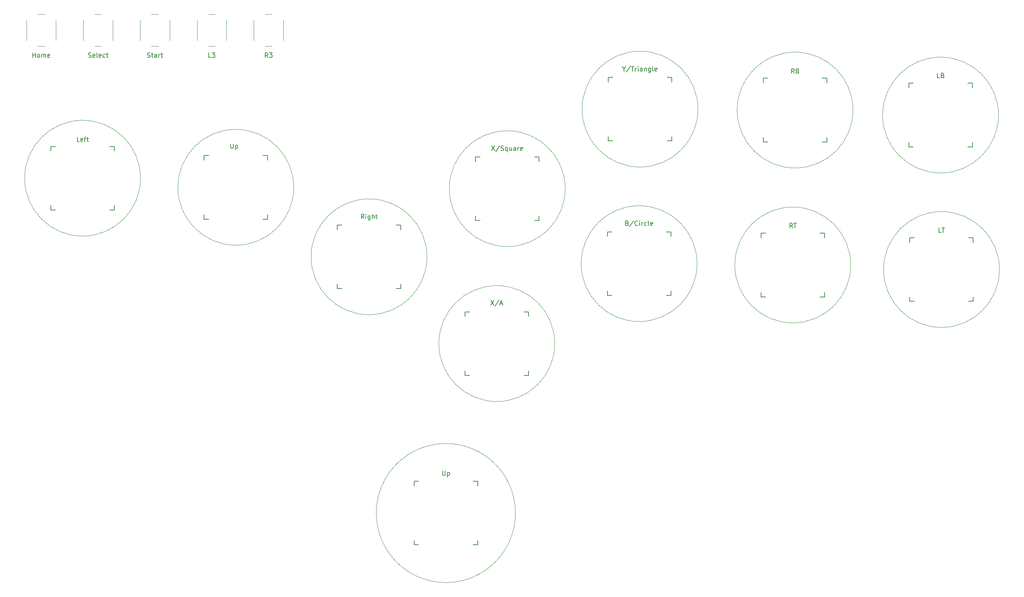
<source format=gbr>
%TF.GenerationSoftware,KiCad,Pcbnew,8.0.1*%
%TF.CreationDate,2024-03-26T13:51:38-04:00*%
%TF.ProjectId,hitbox,68697462-6f78-42e6-9b69-6361645f7063,rev?*%
%TF.SameCoordinates,Original*%
%TF.FileFunction,Legend,Top*%
%TF.FilePolarity,Positive*%
%FSLAX46Y46*%
G04 Gerber Fmt 4.6, Leading zero omitted, Abs format (unit mm)*
G04 Created by KiCad (PCBNEW 8.0.1) date 2024-03-26 13:51:38*
%MOMM*%
%LPD*%
G01*
G04 APERTURE LIST*
%ADD10C,0.100000*%
%ADD11C,0.150000*%
%ADD12C,0.120000*%
G04 APERTURE END LIST*
D10*
X245250000Y-99850000D02*
G75*
G02*
X219750000Y-99850000I-12750000J0D01*
G01*
X219750000Y-99850000D02*
G75*
G02*
X245250000Y-99850000I12750000J0D01*
G01*
X274450000Y-82350000D02*
G75*
G02*
X248950000Y-82350000I-12750000J0D01*
G01*
X248950000Y-82350000D02*
G75*
G02*
X274450000Y-82350000I12750000J0D01*
G01*
X274250000Y-116350000D02*
G75*
G02*
X248750000Y-116350000I-12750000J0D01*
G01*
X248750000Y-116350000D02*
G75*
G02*
X274250000Y-116350000I12750000J0D01*
G01*
X242950000Y-133950000D02*
G75*
G02*
X217450000Y-133950000I-12750000J0D01*
G01*
X217450000Y-133950000D02*
G75*
G02*
X242950000Y-133950000I12750000J0D01*
G01*
X308050000Y-116650000D02*
G75*
G02*
X282550000Y-116650000I-12750000J0D01*
G01*
X282550000Y-116650000D02*
G75*
G02*
X308050000Y-116650000I12750000J0D01*
G01*
X214850000Y-114850000D02*
G75*
G02*
X189350000Y-114850000I-12750000J0D01*
G01*
X189350000Y-114850000D02*
G75*
G02*
X214850000Y-114850000I12750000J0D01*
G01*
X234300000Y-171250000D02*
G75*
G02*
X203700000Y-171250000I-15300000J0D01*
G01*
X203700000Y-171250000D02*
G75*
G02*
X234300000Y-171250000I15300000J0D01*
G01*
X151850000Y-97550000D02*
G75*
G02*
X126350000Y-97550000I-12750000J0D01*
G01*
X126350000Y-97550000D02*
G75*
G02*
X151850000Y-97550000I12750000J0D01*
G01*
X185550000Y-99550000D02*
G75*
G02*
X160050000Y-99550000I-12750000J0D01*
G01*
X160050000Y-99550000D02*
G75*
G02*
X185550000Y-99550000I12750000J0D01*
G01*
X340750000Y-117650000D02*
G75*
G02*
X315250000Y-117650000I-12750000J0D01*
G01*
X315250000Y-117650000D02*
G75*
G02*
X340750000Y-117650000I12750000J0D01*
G01*
X340550000Y-83650000D02*
G75*
G02*
X315050000Y-83650000I-12750000J0D01*
G01*
X315050000Y-83650000D02*
G75*
G02*
X340550000Y-83650000I12750000J0D01*
G01*
X308550000Y-82550000D02*
G75*
G02*
X283050000Y-82550000I-12750000J0D01*
G01*
X283050000Y-82550000D02*
G75*
G02*
X308550000Y-82550000I12750000J0D01*
G01*
D11*
X128166667Y-70954819D02*
X128166667Y-69954819D01*
X128166667Y-70431009D02*
X128738095Y-70431009D01*
X128738095Y-70954819D02*
X128738095Y-69954819D01*
X129357143Y-70954819D02*
X129261905Y-70907200D01*
X129261905Y-70907200D02*
X129214286Y-70859580D01*
X129214286Y-70859580D02*
X129166667Y-70764342D01*
X129166667Y-70764342D02*
X129166667Y-70478628D01*
X129166667Y-70478628D02*
X129214286Y-70383390D01*
X129214286Y-70383390D02*
X129261905Y-70335771D01*
X129261905Y-70335771D02*
X129357143Y-70288152D01*
X129357143Y-70288152D02*
X129500000Y-70288152D01*
X129500000Y-70288152D02*
X129595238Y-70335771D01*
X129595238Y-70335771D02*
X129642857Y-70383390D01*
X129642857Y-70383390D02*
X129690476Y-70478628D01*
X129690476Y-70478628D02*
X129690476Y-70764342D01*
X129690476Y-70764342D02*
X129642857Y-70859580D01*
X129642857Y-70859580D02*
X129595238Y-70907200D01*
X129595238Y-70907200D02*
X129500000Y-70954819D01*
X129500000Y-70954819D02*
X129357143Y-70954819D01*
X130119048Y-70954819D02*
X130119048Y-70288152D01*
X130119048Y-70383390D02*
X130166667Y-70335771D01*
X130166667Y-70335771D02*
X130261905Y-70288152D01*
X130261905Y-70288152D02*
X130404762Y-70288152D01*
X130404762Y-70288152D02*
X130500000Y-70335771D01*
X130500000Y-70335771D02*
X130547619Y-70431009D01*
X130547619Y-70431009D02*
X130547619Y-70954819D01*
X130547619Y-70431009D02*
X130595238Y-70335771D01*
X130595238Y-70335771D02*
X130690476Y-70288152D01*
X130690476Y-70288152D02*
X130833333Y-70288152D01*
X130833333Y-70288152D02*
X130928572Y-70335771D01*
X130928572Y-70335771D02*
X130976191Y-70431009D01*
X130976191Y-70431009D02*
X130976191Y-70954819D01*
X131833333Y-70907200D02*
X131738095Y-70954819D01*
X131738095Y-70954819D02*
X131547619Y-70954819D01*
X131547619Y-70954819D02*
X131452381Y-70907200D01*
X131452381Y-70907200D02*
X131404762Y-70811961D01*
X131404762Y-70811961D02*
X131404762Y-70431009D01*
X131404762Y-70431009D02*
X131452381Y-70335771D01*
X131452381Y-70335771D02*
X131547619Y-70288152D01*
X131547619Y-70288152D02*
X131738095Y-70288152D01*
X131738095Y-70288152D02*
X131833333Y-70335771D01*
X131833333Y-70335771D02*
X131880952Y-70431009D01*
X131880952Y-70431009D02*
X131880952Y-70526247D01*
X131880952Y-70526247D02*
X131404762Y-70621485D01*
X258880952Y-107431009D02*
X259023809Y-107478628D01*
X259023809Y-107478628D02*
X259071428Y-107526247D01*
X259071428Y-107526247D02*
X259119047Y-107621485D01*
X259119047Y-107621485D02*
X259119047Y-107764342D01*
X259119047Y-107764342D02*
X259071428Y-107859580D01*
X259071428Y-107859580D02*
X259023809Y-107907200D01*
X259023809Y-107907200D02*
X258928571Y-107954819D01*
X258928571Y-107954819D02*
X258547619Y-107954819D01*
X258547619Y-107954819D02*
X258547619Y-106954819D01*
X258547619Y-106954819D02*
X258880952Y-106954819D01*
X258880952Y-106954819D02*
X258976190Y-107002438D01*
X258976190Y-107002438D02*
X259023809Y-107050057D01*
X259023809Y-107050057D02*
X259071428Y-107145295D01*
X259071428Y-107145295D02*
X259071428Y-107240533D01*
X259071428Y-107240533D02*
X259023809Y-107335771D01*
X259023809Y-107335771D02*
X258976190Y-107383390D01*
X258976190Y-107383390D02*
X258880952Y-107431009D01*
X258880952Y-107431009D02*
X258547619Y-107431009D01*
X260261904Y-106907200D02*
X259404762Y-108192914D01*
X261166666Y-107859580D02*
X261119047Y-107907200D01*
X261119047Y-107907200D02*
X260976190Y-107954819D01*
X260976190Y-107954819D02*
X260880952Y-107954819D01*
X260880952Y-107954819D02*
X260738095Y-107907200D01*
X260738095Y-107907200D02*
X260642857Y-107811961D01*
X260642857Y-107811961D02*
X260595238Y-107716723D01*
X260595238Y-107716723D02*
X260547619Y-107526247D01*
X260547619Y-107526247D02*
X260547619Y-107383390D01*
X260547619Y-107383390D02*
X260595238Y-107192914D01*
X260595238Y-107192914D02*
X260642857Y-107097676D01*
X260642857Y-107097676D02*
X260738095Y-107002438D01*
X260738095Y-107002438D02*
X260880952Y-106954819D01*
X260880952Y-106954819D02*
X260976190Y-106954819D01*
X260976190Y-106954819D02*
X261119047Y-107002438D01*
X261119047Y-107002438D02*
X261166666Y-107050057D01*
X261595238Y-107954819D02*
X261595238Y-107288152D01*
X261595238Y-106954819D02*
X261547619Y-107002438D01*
X261547619Y-107002438D02*
X261595238Y-107050057D01*
X261595238Y-107050057D02*
X261642857Y-107002438D01*
X261642857Y-107002438D02*
X261595238Y-106954819D01*
X261595238Y-106954819D02*
X261595238Y-107050057D01*
X262071428Y-107954819D02*
X262071428Y-107288152D01*
X262071428Y-107478628D02*
X262119047Y-107383390D01*
X262119047Y-107383390D02*
X262166666Y-107335771D01*
X262166666Y-107335771D02*
X262261904Y-107288152D01*
X262261904Y-107288152D02*
X262357142Y-107288152D01*
X263119047Y-107907200D02*
X263023809Y-107954819D01*
X263023809Y-107954819D02*
X262833333Y-107954819D01*
X262833333Y-107954819D02*
X262738095Y-107907200D01*
X262738095Y-107907200D02*
X262690476Y-107859580D01*
X262690476Y-107859580D02*
X262642857Y-107764342D01*
X262642857Y-107764342D02*
X262642857Y-107478628D01*
X262642857Y-107478628D02*
X262690476Y-107383390D01*
X262690476Y-107383390D02*
X262738095Y-107335771D01*
X262738095Y-107335771D02*
X262833333Y-107288152D01*
X262833333Y-107288152D02*
X263023809Y-107288152D01*
X263023809Y-107288152D02*
X263119047Y-107335771D01*
X263690476Y-107954819D02*
X263595238Y-107907200D01*
X263595238Y-107907200D02*
X263547619Y-107811961D01*
X263547619Y-107811961D02*
X263547619Y-106954819D01*
X264452381Y-107907200D02*
X264357143Y-107954819D01*
X264357143Y-107954819D02*
X264166667Y-107954819D01*
X264166667Y-107954819D02*
X264071429Y-107907200D01*
X264071429Y-107907200D02*
X264023810Y-107811961D01*
X264023810Y-107811961D02*
X264023810Y-107431009D01*
X264023810Y-107431009D02*
X264071429Y-107335771D01*
X264071429Y-107335771D02*
X264166667Y-107288152D01*
X264166667Y-107288152D02*
X264357143Y-107288152D01*
X264357143Y-107288152D02*
X264452381Y-107335771D01*
X264452381Y-107335771D02*
X264500000Y-107431009D01*
X264500000Y-107431009D02*
X264500000Y-107526247D01*
X264500000Y-107526247D02*
X264023810Y-107621485D01*
X171687030Y-89954819D02*
X171687030Y-90764342D01*
X171687030Y-90764342D02*
X171734649Y-90859580D01*
X171734649Y-90859580D02*
X171782268Y-90907200D01*
X171782268Y-90907200D02*
X171877506Y-90954819D01*
X171877506Y-90954819D02*
X172067982Y-90954819D01*
X172067982Y-90954819D02*
X172163220Y-90907200D01*
X172163220Y-90907200D02*
X172210839Y-90859580D01*
X172210839Y-90859580D02*
X172258458Y-90764342D01*
X172258458Y-90764342D02*
X172258458Y-89954819D01*
X172734649Y-90288152D02*
X172734649Y-91288152D01*
X172734649Y-90335771D02*
X172829887Y-90288152D01*
X172829887Y-90288152D02*
X173020363Y-90288152D01*
X173020363Y-90288152D02*
X173115601Y-90335771D01*
X173115601Y-90335771D02*
X173163220Y-90383390D01*
X173163220Y-90383390D02*
X173210839Y-90478628D01*
X173210839Y-90478628D02*
X173210839Y-90764342D01*
X173210839Y-90764342D02*
X173163220Y-90859580D01*
X173163220Y-90859580D02*
X173115601Y-90907200D01*
X173115601Y-90907200D02*
X173020363Y-90954819D01*
X173020363Y-90954819D02*
X172829887Y-90954819D01*
X172829887Y-90954819D02*
X172734649Y-90907200D01*
X138409523Y-89454819D02*
X137933333Y-89454819D01*
X137933333Y-89454819D02*
X137933333Y-88454819D01*
X139123809Y-89407200D02*
X139028571Y-89454819D01*
X139028571Y-89454819D02*
X138838095Y-89454819D01*
X138838095Y-89454819D02*
X138742857Y-89407200D01*
X138742857Y-89407200D02*
X138695238Y-89311961D01*
X138695238Y-89311961D02*
X138695238Y-88931009D01*
X138695238Y-88931009D02*
X138742857Y-88835771D01*
X138742857Y-88835771D02*
X138838095Y-88788152D01*
X138838095Y-88788152D02*
X139028571Y-88788152D01*
X139028571Y-88788152D02*
X139123809Y-88835771D01*
X139123809Y-88835771D02*
X139171428Y-88931009D01*
X139171428Y-88931009D02*
X139171428Y-89026247D01*
X139171428Y-89026247D02*
X138695238Y-89121485D01*
X139457143Y-88788152D02*
X139838095Y-88788152D01*
X139600000Y-89454819D02*
X139600000Y-88597676D01*
X139600000Y-88597676D02*
X139647619Y-88502438D01*
X139647619Y-88502438D02*
X139742857Y-88454819D01*
X139742857Y-88454819D02*
X139838095Y-88454819D01*
X140028572Y-88788152D02*
X140409524Y-88788152D01*
X140171429Y-88454819D02*
X140171429Y-89311961D01*
X140171429Y-89311961D02*
X140219048Y-89407200D01*
X140219048Y-89407200D02*
X140314286Y-89454819D01*
X140314286Y-89454819D02*
X140409524Y-89454819D01*
X327928571Y-109454819D02*
X327452381Y-109454819D01*
X327452381Y-109454819D02*
X327452381Y-108454819D01*
X328119048Y-108454819D02*
X328690476Y-108454819D01*
X328404762Y-109454819D02*
X328404762Y-108454819D01*
X218261905Y-161954819D02*
X218261905Y-162764342D01*
X218261905Y-162764342D02*
X218309524Y-162859580D01*
X218309524Y-162859580D02*
X218357143Y-162907200D01*
X218357143Y-162907200D02*
X218452381Y-162954819D01*
X218452381Y-162954819D02*
X218642857Y-162954819D01*
X218642857Y-162954819D02*
X218738095Y-162907200D01*
X218738095Y-162907200D02*
X218785714Y-162859580D01*
X218785714Y-162859580D02*
X218833333Y-162764342D01*
X218833333Y-162764342D02*
X218833333Y-161954819D01*
X219309524Y-162288152D02*
X219309524Y-163288152D01*
X219309524Y-162335771D02*
X219404762Y-162288152D01*
X219404762Y-162288152D02*
X219595238Y-162288152D01*
X219595238Y-162288152D02*
X219690476Y-162335771D01*
X219690476Y-162335771D02*
X219738095Y-162383390D01*
X219738095Y-162383390D02*
X219785714Y-162478628D01*
X219785714Y-162478628D02*
X219785714Y-162764342D01*
X219785714Y-162764342D02*
X219738095Y-162859580D01*
X219738095Y-162859580D02*
X219690476Y-162907200D01*
X219690476Y-162907200D02*
X219595238Y-162954819D01*
X219595238Y-162954819D02*
X219404762Y-162954819D01*
X219404762Y-162954819D02*
X219309524Y-162907200D01*
X167333333Y-70954819D02*
X166857143Y-70954819D01*
X166857143Y-70954819D02*
X166857143Y-69954819D01*
X167571429Y-69954819D02*
X168190476Y-69954819D01*
X168190476Y-69954819D02*
X167857143Y-70335771D01*
X167857143Y-70335771D02*
X168000000Y-70335771D01*
X168000000Y-70335771D02*
X168095238Y-70383390D01*
X168095238Y-70383390D02*
X168142857Y-70431009D01*
X168142857Y-70431009D02*
X168190476Y-70526247D01*
X168190476Y-70526247D02*
X168190476Y-70764342D01*
X168190476Y-70764342D02*
X168142857Y-70859580D01*
X168142857Y-70859580D02*
X168095238Y-70907200D01*
X168095238Y-70907200D02*
X168000000Y-70954819D01*
X168000000Y-70954819D02*
X167714286Y-70954819D01*
X167714286Y-70954819D02*
X167619048Y-70907200D01*
X167619048Y-70907200D02*
X167571429Y-70859580D01*
X140380952Y-70907200D02*
X140523809Y-70954819D01*
X140523809Y-70954819D02*
X140761904Y-70954819D01*
X140761904Y-70954819D02*
X140857142Y-70907200D01*
X140857142Y-70907200D02*
X140904761Y-70859580D01*
X140904761Y-70859580D02*
X140952380Y-70764342D01*
X140952380Y-70764342D02*
X140952380Y-70669104D01*
X140952380Y-70669104D02*
X140904761Y-70573866D01*
X140904761Y-70573866D02*
X140857142Y-70526247D01*
X140857142Y-70526247D02*
X140761904Y-70478628D01*
X140761904Y-70478628D02*
X140571428Y-70431009D01*
X140571428Y-70431009D02*
X140476190Y-70383390D01*
X140476190Y-70383390D02*
X140428571Y-70335771D01*
X140428571Y-70335771D02*
X140380952Y-70240533D01*
X140380952Y-70240533D02*
X140380952Y-70145295D01*
X140380952Y-70145295D02*
X140428571Y-70050057D01*
X140428571Y-70050057D02*
X140476190Y-70002438D01*
X140476190Y-70002438D02*
X140571428Y-69954819D01*
X140571428Y-69954819D02*
X140809523Y-69954819D01*
X140809523Y-69954819D02*
X140952380Y-70002438D01*
X141761904Y-70907200D02*
X141666666Y-70954819D01*
X141666666Y-70954819D02*
X141476190Y-70954819D01*
X141476190Y-70954819D02*
X141380952Y-70907200D01*
X141380952Y-70907200D02*
X141333333Y-70811961D01*
X141333333Y-70811961D02*
X141333333Y-70431009D01*
X141333333Y-70431009D02*
X141380952Y-70335771D01*
X141380952Y-70335771D02*
X141476190Y-70288152D01*
X141476190Y-70288152D02*
X141666666Y-70288152D01*
X141666666Y-70288152D02*
X141761904Y-70335771D01*
X141761904Y-70335771D02*
X141809523Y-70431009D01*
X141809523Y-70431009D02*
X141809523Y-70526247D01*
X141809523Y-70526247D02*
X141333333Y-70621485D01*
X142380952Y-70954819D02*
X142285714Y-70907200D01*
X142285714Y-70907200D02*
X142238095Y-70811961D01*
X142238095Y-70811961D02*
X142238095Y-69954819D01*
X143142857Y-70907200D02*
X143047619Y-70954819D01*
X143047619Y-70954819D02*
X142857143Y-70954819D01*
X142857143Y-70954819D02*
X142761905Y-70907200D01*
X142761905Y-70907200D02*
X142714286Y-70811961D01*
X142714286Y-70811961D02*
X142714286Y-70431009D01*
X142714286Y-70431009D02*
X142761905Y-70335771D01*
X142761905Y-70335771D02*
X142857143Y-70288152D01*
X142857143Y-70288152D02*
X143047619Y-70288152D01*
X143047619Y-70288152D02*
X143142857Y-70335771D01*
X143142857Y-70335771D02*
X143190476Y-70431009D01*
X143190476Y-70431009D02*
X143190476Y-70526247D01*
X143190476Y-70526247D02*
X142714286Y-70621485D01*
X144047619Y-70907200D02*
X143952381Y-70954819D01*
X143952381Y-70954819D02*
X143761905Y-70954819D01*
X143761905Y-70954819D02*
X143666667Y-70907200D01*
X143666667Y-70907200D02*
X143619048Y-70859580D01*
X143619048Y-70859580D02*
X143571429Y-70764342D01*
X143571429Y-70764342D02*
X143571429Y-70478628D01*
X143571429Y-70478628D02*
X143619048Y-70383390D01*
X143619048Y-70383390D02*
X143666667Y-70335771D01*
X143666667Y-70335771D02*
X143761905Y-70288152D01*
X143761905Y-70288152D02*
X143952381Y-70288152D01*
X143952381Y-70288152D02*
X144047619Y-70335771D01*
X144333334Y-70288152D02*
X144714286Y-70288152D01*
X144476191Y-69954819D02*
X144476191Y-70811961D01*
X144476191Y-70811961D02*
X144523810Y-70907200D01*
X144523810Y-70907200D02*
X144619048Y-70954819D01*
X144619048Y-70954819D02*
X144714286Y-70954819D01*
X327609523Y-75454819D02*
X327133333Y-75454819D01*
X327133333Y-75454819D02*
X327133333Y-74454819D01*
X328276190Y-74931009D02*
X328419047Y-74978628D01*
X328419047Y-74978628D02*
X328466666Y-75026247D01*
X328466666Y-75026247D02*
X328514285Y-75121485D01*
X328514285Y-75121485D02*
X328514285Y-75264342D01*
X328514285Y-75264342D02*
X328466666Y-75359580D01*
X328466666Y-75359580D02*
X328419047Y-75407200D01*
X328419047Y-75407200D02*
X328323809Y-75454819D01*
X328323809Y-75454819D02*
X327942857Y-75454819D01*
X327942857Y-75454819D02*
X327942857Y-74454819D01*
X327942857Y-74454819D02*
X328276190Y-74454819D01*
X328276190Y-74454819D02*
X328371428Y-74502438D01*
X328371428Y-74502438D02*
X328419047Y-74550057D01*
X328419047Y-74550057D02*
X328466666Y-74645295D01*
X328466666Y-74645295D02*
X328466666Y-74740533D01*
X328466666Y-74740533D02*
X328419047Y-74835771D01*
X328419047Y-74835771D02*
X328371428Y-74883390D01*
X328371428Y-74883390D02*
X328276190Y-74931009D01*
X328276190Y-74931009D02*
X327942857Y-74931009D01*
X258199999Y-73478628D02*
X258199999Y-73954819D01*
X257866666Y-72954819D02*
X258199999Y-73478628D01*
X258199999Y-73478628D02*
X258533332Y-72954819D01*
X259580951Y-72907200D02*
X258723809Y-74192914D01*
X259771428Y-72954819D02*
X260342856Y-72954819D01*
X260057142Y-73954819D02*
X260057142Y-72954819D01*
X260676190Y-73954819D02*
X260676190Y-73288152D01*
X260676190Y-73478628D02*
X260723809Y-73383390D01*
X260723809Y-73383390D02*
X260771428Y-73335771D01*
X260771428Y-73335771D02*
X260866666Y-73288152D01*
X260866666Y-73288152D02*
X260961904Y-73288152D01*
X261295238Y-73954819D02*
X261295238Y-73288152D01*
X261295238Y-72954819D02*
X261247619Y-73002438D01*
X261247619Y-73002438D02*
X261295238Y-73050057D01*
X261295238Y-73050057D02*
X261342857Y-73002438D01*
X261342857Y-73002438D02*
X261295238Y-72954819D01*
X261295238Y-72954819D02*
X261295238Y-73050057D01*
X262199999Y-73954819D02*
X262199999Y-73431009D01*
X262199999Y-73431009D02*
X262152380Y-73335771D01*
X262152380Y-73335771D02*
X262057142Y-73288152D01*
X262057142Y-73288152D02*
X261866666Y-73288152D01*
X261866666Y-73288152D02*
X261771428Y-73335771D01*
X262199999Y-73907200D02*
X262104761Y-73954819D01*
X262104761Y-73954819D02*
X261866666Y-73954819D01*
X261866666Y-73954819D02*
X261771428Y-73907200D01*
X261771428Y-73907200D02*
X261723809Y-73811961D01*
X261723809Y-73811961D02*
X261723809Y-73716723D01*
X261723809Y-73716723D02*
X261771428Y-73621485D01*
X261771428Y-73621485D02*
X261866666Y-73573866D01*
X261866666Y-73573866D02*
X262104761Y-73573866D01*
X262104761Y-73573866D02*
X262199999Y-73526247D01*
X262676190Y-73288152D02*
X262676190Y-73954819D01*
X262676190Y-73383390D02*
X262723809Y-73335771D01*
X262723809Y-73335771D02*
X262819047Y-73288152D01*
X262819047Y-73288152D02*
X262961904Y-73288152D01*
X262961904Y-73288152D02*
X263057142Y-73335771D01*
X263057142Y-73335771D02*
X263104761Y-73431009D01*
X263104761Y-73431009D02*
X263104761Y-73954819D01*
X264009523Y-73288152D02*
X264009523Y-74097676D01*
X264009523Y-74097676D02*
X263961904Y-74192914D01*
X263961904Y-74192914D02*
X263914285Y-74240533D01*
X263914285Y-74240533D02*
X263819047Y-74288152D01*
X263819047Y-74288152D02*
X263676190Y-74288152D01*
X263676190Y-74288152D02*
X263580952Y-74240533D01*
X264009523Y-73907200D02*
X263914285Y-73954819D01*
X263914285Y-73954819D02*
X263723809Y-73954819D01*
X263723809Y-73954819D02*
X263628571Y-73907200D01*
X263628571Y-73907200D02*
X263580952Y-73859580D01*
X263580952Y-73859580D02*
X263533333Y-73764342D01*
X263533333Y-73764342D02*
X263533333Y-73478628D01*
X263533333Y-73478628D02*
X263580952Y-73383390D01*
X263580952Y-73383390D02*
X263628571Y-73335771D01*
X263628571Y-73335771D02*
X263723809Y-73288152D01*
X263723809Y-73288152D02*
X263914285Y-73288152D01*
X263914285Y-73288152D02*
X264009523Y-73335771D01*
X264628571Y-73954819D02*
X264533333Y-73907200D01*
X264533333Y-73907200D02*
X264485714Y-73811961D01*
X264485714Y-73811961D02*
X264485714Y-72954819D01*
X265390476Y-73907200D02*
X265295238Y-73954819D01*
X265295238Y-73954819D02*
X265104762Y-73954819D01*
X265104762Y-73954819D02*
X265009524Y-73907200D01*
X265009524Y-73907200D02*
X264961905Y-73811961D01*
X264961905Y-73811961D02*
X264961905Y-73431009D01*
X264961905Y-73431009D02*
X265009524Y-73335771D01*
X265009524Y-73335771D02*
X265104762Y-73288152D01*
X265104762Y-73288152D02*
X265295238Y-73288152D01*
X265295238Y-73288152D02*
X265390476Y-73335771D01*
X265390476Y-73335771D02*
X265438095Y-73431009D01*
X265438095Y-73431009D02*
X265438095Y-73526247D01*
X265438095Y-73526247D02*
X264961905Y-73621485D01*
X200980952Y-106454819D02*
X200647619Y-105978628D01*
X200409524Y-106454819D02*
X200409524Y-105454819D01*
X200409524Y-105454819D02*
X200790476Y-105454819D01*
X200790476Y-105454819D02*
X200885714Y-105502438D01*
X200885714Y-105502438D02*
X200933333Y-105550057D01*
X200933333Y-105550057D02*
X200980952Y-105645295D01*
X200980952Y-105645295D02*
X200980952Y-105788152D01*
X200980952Y-105788152D02*
X200933333Y-105883390D01*
X200933333Y-105883390D02*
X200885714Y-105931009D01*
X200885714Y-105931009D02*
X200790476Y-105978628D01*
X200790476Y-105978628D02*
X200409524Y-105978628D01*
X201409524Y-106454819D02*
X201409524Y-105788152D01*
X201409524Y-105454819D02*
X201361905Y-105502438D01*
X201361905Y-105502438D02*
X201409524Y-105550057D01*
X201409524Y-105550057D02*
X201457143Y-105502438D01*
X201457143Y-105502438D02*
X201409524Y-105454819D01*
X201409524Y-105454819D02*
X201409524Y-105550057D01*
X202314285Y-105788152D02*
X202314285Y-106597676D01*
X202314285Y-106597676D02*
X202266666Y-106692914D01*
X202266666Y-106692914D02*
X202219047Y-106740533D01*
X202219047Y-106740533D02*
X202123809Y-106788152D01*
X202123809Y-106788152D02*
X201980952Y-106788152D01*
X201980952Y-106788152D02*
X201885714Y-106740533D01*
X202314285Y-106407200D02*
X202219047Y-106454819D01*
X202219047Y-106454819D02*
X202028571Y-106454819D01*
X202028571Y-106454819D02*
X201933333Y-106407200D01*
X201933333Y-106407200D02*
X201885714Y-106359580D01*
X201885714Y-106359580D02*
X201838095Y-106264342D01*
X201838095Y-106264342D02*
X201838095Y-105978628D01*
X201838095Y-105978628D02*
X201885714Y-105883390D01*
X201885714Y-105883390D02*
X201933333Y-105835771D01*
X201933333Y-105835771D02*
X202028571Y-105788152D01*
X202028571Y-105788152D02*
X202219047Y-105788152D01*
X202219047Y-105788152D02*
X202314285Y-105835771D01*
X202790476Y-106454819D02*
X202790476Y-105454819D01*
X203219047Y-106454819D02*
X203219047Y-105931009D01*
X203219047Y-105931009D02*
X203171428Y-105835771D01*
X203171428Y-105835771D02*
X203076190Y-105788152D01*
X203076190Y-105788152D02*
X202933333Y-105788152D01*
X202933333Y-105788152D02*
X202838095Y-105835771D01*
X202838095Y-105835771D02*
X202790476Y-105883390D01*
X203552381Y-105788152D02*
X203933333Y-105788152D01*
X203695238Y-105454819D02*
X203695238Y-106311961D01*
X203695238Y-106311961D02*
X203742857Y-106407200D01*
X203742857Y-106407200D02*
X203838095Y-106454819D01*
X203838095Y-106454819D02*
X203933333Y-106454819D01*
X179833333Y-70954819D02*
X179500000Y-70478628D01*
X179261905Y-70954819D02*
X179261905Y-69954819D01*
X179261905Y-69954819D02*
X179642857Y-69954819D01*
X179642857Y-69954819D02*
X179738095Y-70002438D01*
X179738095Y-70002438D02*
X179785714Y-70050057D01*
X179785714Y-70050057D02*
X179833333Y-70145295D01*
X179833333Y-70145295D02*
X179833333Y-70288152D01*
X179833333Y-70288152D02*
X179785714Y-70383390D01*
X179785714Y-70383390D02*
X179738095Y-70431009D01*
X179738095Y-70431009D02*
X179642857Y-70478628D01*
X179642857Y-70478628D02*
X179261905Y-70478628D01*
X180166667Y-69954819D02*
X180785714Y-69954819D01*
X180785714Y-69954819D02*
X180452381Y-70335771D01*
X180452381Y-70335771D02*
X180595238Y-70335771D01*
X180595238Y-70335771D02*
X180690476Y-70383390D01*
X180690476Y-70383390D02*
X180738095Y-70431009D01*
X180738095Y-70431009D02*
X180785714Y-70526247D01*
X180785714Y-70526247D02*
X180785714Y-70764342D01*
X180785714Y-70764342D02*
X180738095Y-70859580D01*
X180738095Y-70859580D02*
X180690476Y-70907200D01*
X180690476Y-70907200D02*
X180595238Y-70954819D01*
X180595238Y-70954819D02*
X180309524Y-70954819D01*
X180309524Y-70954819D02*
X180214286Y-70907200D01*
X180214286Y-70907200D02*
X180166667Y-70859580D01*
X229071428Y-90454819D02*
X229738094Y-91454819D01*
X229738094Y-90454819D02*
X229071428Y-91454819D01*
X230833332Y-90407200D02*
X229976190Y-91692914D01*
X231119047Y-91407200D02*
X231261904Y-91454819D01*
X231261904Y-91454819D02*
X231499999Y-91454819D01*
X231499999Y-91454819D02*
X231595237Y-91407200D01*
X231595237Y-91407200D02*
X231642856Y-91359580D01*
X231642856Y-91359580D02*
X231690475Y-91264342D01*
X231690475Y-91264342D02*
X231690475Y-91169104D01*
X231690475Y-91169104D02*
X231642856Y-91073866D01*
X231642856Y-91073866D02*
X231595237Y-91026247D01*
X231595237Y-91026247D02*
X231499999Y-90978628D01*
X231499999Y-90978628D02*
X231309523Y-90931009D01*
X231309523Y-90931009D02*
X231214285Y-90883390D01*
X231214285Y-90883390D02*
X231166666Y-90835771D01*
X231166666Y-90835771D02*
X231119047Y-90740533D01*
X231119047Y-90740533D02*
X231119047Y-90645295D01*
X231119047Y-90645295D02*
X231166666Y-90550057D01*
X231166666Y-90550057D02*
X231214285Y-90502438D01*
X231214285Y-90502438D02*
X231309523Y-90454819D01*
X231309523Y-90454819D02*
X231547618Y-90454819D01*
X231547618Y-90454819D02*
X231690475Y-90502438D01*
X232547618Y-90788152D02*
X232547618Y-91788152D01*
X232547618Y-91407200D02*
X232452380Y-91454819D01*
X232452380Y-91454819D02*
X232261904Y-91454819D01*
X232261904Y-91454819D02*
X232166666Y-91407200D01*
X232166666Y-91407200D02*
X232119047Y-91359580D01*
X232119047Y-91359580D02*
X232071428Y-91264342D01*
X232071428Y-91264342D02*
X232071428Y-90978628D01*
X232071428Y-90978628D02*
X232119047Y-90883390D01*
X232119047Y-90883390D02*
X232166666Y-90835771D01*
X232166666Y-90835771D02*
X232261904Y-90788152D01*
X232261904Y-90788152D02*
X232452380Y-90788152D01*
X232452380Y-90788152D02*
X232547618Y-90835771D01*
X233452380Y-90788152D02*
X233452380Y-91454819D01*
X233023809Y-90788152D02*
X233023809Y-91311961D01*
X233023809Y-91311961D02*
X233071428Y-91407200D01*
X233071428Y-91407200D02*
X233166666Y-91454819D01*
X233166666Y-91454819D02*
X233309523Y-91454819D01*
X233309523Y-91454819D02*
X233404761Y-91407200D01*
X233404761Y-91407200D02*
X233452380Y-91359580D01*
X234357142Y-91454819D02*
X234357142Y-90931009D01*
X234357142Y-90931009D02*
X234309523Y-90835771D01*
X234309523Y-90835771D02*
X234214285Y-90788152D01*
X234214285Y-90788152D02*
X234023809Y-90788152D01*
X234023809Y-90788152D02*
X233928571Y-90835771D01*
X234357142Y-91407200D02*
X234261904Y-91454819D01*
X234261904Y-91454819D02*
X234023809Y-91454819D01*
X234023809Y-91454819D02*
X233928571Y-91407200D01*
X233928571Y-91407200D02*
X233880952Y-91311961D01*
X233880952Y-91311961D02*
X233880952Y-91216723D01*
X233880952Y-91216723D02*
X233928571Y-91121485D01*
X233928571Y-91121485D02*
X234023809Y-91073866D01*
X234023809Y-91073866D02*
X234261904Y-91073866D01*
X234261904Y-91073866D02*
X234357142Y-91026247D01*
X234833333Y-91454819D02*
X234833333Y-90788152D01*
X234833333Y-90978628D02*
X234880952Y-90883390D01*
X234880952Y-90883390D02*
X234928571Y-90835771D01*
X234928571Y-90835771D02*
X235023809Y-90788152D01*
X235023809Y-90788152D02*
X235119047Y-90788152D01*
X235833333Y-91407200D02*
X235738095Y-91454819D01*
X235738095Y-91454819D02*
X235547619Y-91454819D01*
X235547619Y-91454819D02*
X235452381Y-91407200D01*
X235452381Y-91407200D02*
X235404762Y-91311961D01*
X235404762Y-91311961D02*
X235404762Y-90931009D01*
X235404762Y-90931009D02*
X235452381Y-90835771D01*
X235452381Y-90835771D02*
X235547619Y-90788152D01*
X235547619Y-90788152D02*
X235738095Y-90788152D01*
X235738095Y-90788152D02*
X235833333Y-90835771D01*
X235833333Y-90835771D02*
X235880952Y-90931009D01*
X235880952Y-90931009D02*
X235880952Y-91026247D01*
X235880952Y-91026247D02*
X235404762Y-91121485D01*
X228914286Y-124454819D02*
X229580952Y-125454819D01*
X229580952Y-124454819D02*
X228914286Y-125454819D01*
X230676190Y-124407200D02*
X229819048Y-125692914D01*
X230961905Y-125169104D02*
X231438095Y-125169104D01*
X230866667Y-125454819D02*
X231200000Y-124454819D01*
X231200000Y-124454819D02*
X231533333Y-125454819D01*
X153380952Y-70907200D02*
X153523809Y-70954819D01*
X153523809Y-70954819D02*
X153761904Y-70954819D01*
X153761904Y-70954819D02*
X153857142Y-70907200D01*
X153857142Y-70907200D02*
X153904761Y-70859580D01*
X153904761Y-70859580D02*
X153952380Y-70764342D01*
X153952380Y-70764342D02*
X153952380Y-70669104D01*
X153952380Y-70669104D02*
X153904761Y-70573866D01*
X153904761Y-70573866D02*
X153857142Y-70526247D01*
X153857142Y-70526247D02*
X153761904Y-70478628D01*
X153761904Y-70478628D02*
X153571428Y-70431009D01*
X153571428Y-70431009D02*
X153476190Y-70383390D01*
X153476190Y-70383390D02*
X153428571Y-70335771D01*
X153428571Y-70335771D02*
X153380952Y-70240533D01*
X153380952Y-70240533D02*
X153380952Y-70145295D01*
X153380952Y-70145295D02*
X153428571Y-70050057D01*
X153428571Y-70050057D02*
X153476190Y-70002438D01*
X153476190Y-70002438D02*
X153571428Y-69954819D01*
X153571428Y-69954819D02*
X153809523Y-69954819D01*
X153809523Y-69954819D02*
X153952380Y-70002438D01*
X154238095Y-70288152D02*
X154619047Y-70288152D01*
X154380952Y-69954819D02*
X154380952Y-70811961D01*
X154380952Y-70811961D02*
X154428571Y-70907200D01*
X154428571Y-70907200D02*
X154523809Y-70954819D01*
X154523809Y-70954819D02*
X154619047Y-70954819D01*
X155380952Y-70954819D02*
X155380952Y-70431009D01*
X155380952Y-70431009D02*
X155333333Y-70335771D01*
X155333333Y-70335771D02*
X155238095Y-70288152D01*
X155238095Y-70288152D02*
X155047619Y-70288152D01*
X155047619Y-70288152D02*
X154952381Y-70335771D01*
X155380952Y-70907200D02*
X155285714Y-70954819D01*
X155285714Y-70954819D02*
X155047619Y-70954819D01*
X155047619Y-70954819D02*
X154952381Y-70907200D01*
X154952381Y-70907200D02*
X154904762Y-70811961D01*
X154904762Y-70811961D02*
X154904762Y-70716723D01*
X154904762Y-70716723D02*
X154952381Y-70621485D01*
X154952381Y-70621485D02*
X155047619Y-70573866D01*
X155047619Y-70573866D02*
X155285714Y-70573866D01*
X155285714Y-70573866D02*
X155380952Y-70526247D01*
X155857143Y-70954819D02*
X155857143Y-70288152D01*
X155857143Y-70478628D02*
X155904762Y-70383390D01*
X155904762Y-70383390D02*
X155952381Y-70335771D01*
X155952381Y-70335771D02*
X156047619Y-70288152D01*
X156047619Y-70288152D02*
X156142857Y-70288152D01*
X156333334Y-70288152D02*
X156714286Y-70288152D01*
X156476191Y-69954819D02*
X156476191Y-70811961D01*
X156476191Y-70811961D02*
X156523810Y-70907200D01*
X156523810Y-70907200D02*
X156619048Y-70954819D01*
X156619048Y-70954819D02*
X156714286Y-70954819D01*
X295228571Y-108454819D02*
X294895238Y-107978628D01*
X294657143Y-108454819D02*
X294657143Y-107454819D01*
X294657143Y-107454819D02*
X295038095Y-107454819D01*
X295038095Y-107454819D02*
X295133333Y-107502438D01*
X295133333Y-107502438D02*
X295180952Y-107550057D01*
X295180952Y-107550057D02*
X295228571Y-107645295D01*
X295228571Y-107645295D02*
X295228571Y-107788152D01*
X295228571Y-107788152D02*
X295180952Y-107883390D01*
X295180952Y-107883390D02*
X295133333Y-107931009D01*
X295133333Y-107931009D02*
X295038095Y-107978628D01*
X295038095Y-107978628D02*
X294657143Y-107978628D01*
X295514286Y-107454819D02*
X296085714Y-107454819D01*
X295800000Y-108454819D02*
X295800000Y-107454819D01*
X295609523Y-74454819D02*
X295276190Y-73978628D01*
X295038095Y-74454819D02*
X295038095Y-73454819D01*
X295038095Y-73454819D02*
X295419047Y-73454819D01*
X295419047Y-73454819D02*
X295514285Y-73502438D01*
X295514285Y-73502438D02*
X295561904Y-73550057D01*
X295561904Y-73550057D02*
X295609523Y-73645295D01*
X295609523Y-73645295D02*
X295609523Y-73788152D01*
X295609523Y-73788152D02*
X295561904Y-73883390D01*
X295561904Y-73883390D02*
X295514285Y-73931009D01*
X295514285Y-73931009D02*
X295419047Y-73978628D01*
X295419047Y-73978628D02*
X295038095Y-73978628D01*
X296371428Y-73931009D02*
X296514285Y-73978628D01*
X296514285Y-73978628D02*
X296561904Y-74026247D01*
X296561904Y-74026247D02*
X296609523Y-74121485D01*
X296609523Y-74121485D02*
X296609523Y-74264342D01*
X296609523Y-74264342D02*
X296561904Y-74359580D01*
X296561904Y-74359580D02*
X296514285Y-74407200D01*
X296514285Y-74407200D02*
X296419047Y-74454819D01*
X296419047Y-74454819D02*
X296038095Y-74454819D01*
X296038095Y-74454819D02*
X296038095Y-73454819D01*
X296038095Y-73454819D02*
X296371428Y-73454819D01*
X296371428Y-73454819D02*
X296466666Y-73502438D01*
X296466666Y-73502438D02*
X296514285Y-73550057D01*
X296514285Y-73550057D02*
X296561904Y-73645295D01*
X296561904Y-73645295D02*
X296561904Y-73740533D01*
X296561904Y-73740533D02*
X296514285Y-73835771D01*
X296514285Y-73835771D02*
X296466666Y-73883390D01*
X296466666Y-73883390D02*
X296371428Y-73931009D01*
X296371428Y-73931009D02*
X296038095Y-73931009D01*
D12*
%TO.C,Home*%
X129250000Y-68500000D02*
X130750000Y-68500000D01*
X133250000Y-67250000D02*
X133250000Y-62750000D01*
X126750000Y-62750000D02*
X126750000Y-67250000D01*
X130750000Y-61500000D02*
X129250000Y-61500000D01*
D11*
%TO.C,B/Circle*%
X254500000Y-110350000D02*
X254500000Y-109350000D01*
X254500000Y-123350000D02*
X254500000Y-122350000D01*
X254500000Y-123350000D02*
X255500000Y-123350000D01*
X255500000Y-109350000D02*
X254500000Y-109350000D01*
X267500000Y-123350000D02*
X268500000Y-123350000D01*
X268500000Y-109350000D02*
X267500000Y-109350000D01*
X268500000Y-109350000D02*
X268500000Y-110350000D01*
X268500000Y-122350000D02*
X268500000Y-123350000D01*
%TO.C,Up*%
X165800000Y-93550000D02*
X165800000Y-92550000D01*
X165800000Y-106550000D02*
X165800000Y-105550000D01*
X165800000Y-106550000D02*
X166800000Y-106550000D01*
X166800000Y-92550000D02*
X165800000Y-92550000D01*
X178800000Y-106550000D02*
X179800000Y-106550000D01*
X179800000Y-92550000D02*
X178800000Y-92550000D01*
X179800000Y-92550000D02*
X179800000Y-93550000D01*
X179800000Y-105550000D02*
X179800000Y-106550000D01*
%TO.C,Left*%
X132100000Y-91550000D02*
X132100000Y-90550000D01*
X132100000Y-104550000D02*
X132100000Y-103550000D01*
X132100000Y-104550000D02*
X133100000Y-104550000D01*
X133100000Y-90550000D02*
X132100000Y-90550000D01*
X145100000Y-104550000D02*
X146100000Y-104550000D01*
X146100000Y-90550000D02*
X145100000Y-90550000D01*
X146100000Y-90550000D02*
X146100000Y-91550000D01*
X146100000Y-103550000D02*
X146100000Y-104550000D01*
%TO.C,LT*%
X321000000Y-111650000D02*
X321000000Y-110650000D01*
X321000000Y-124650000D02*
X321000000Y-123650000D01*
X321000000Y-124650000D02*
X322000000Y-124650000D01*
X322000000Y-110650000D02*
X321000000Y-110650000D01*
X334000000Y-124650000D02*
X335000000Y-124650000D01*
X335000000Y-110650000D02*
X334000000Y-110650000D01*
X335000000Y-110650000D02*
X335000000Y-111650000D01*
X335000000Y-123650000D02*
X335000000Y-124650000D01*
%TO.C,Up*%
X212000000Y-165250000D02*
X212000000Y-164250000D01*
X212000000Y-178250000D02*
X212000000Y-177250000D01*
X212000000Y-178250000D02*
X213000000Y-178250000D01*
X213000000Y-164250000D02*
X212000000Y-164250000D01*
X225000000Y-178250000D02*
X226000000Y-178250000D01*
X226000000Y-164250000D02*
X225000000Y-164250000D01*
X226000000Y-164250000D02*
X226000000Y-165250000D01*
X226000000Y-177250000D02*
X226000000Y-178250000D01*
D12*
%TO.C,L3*%
X164250000Y-62750000D02*
X164250000Y-67250000D01*
X166750000Y-68500000D02*
X168250000Y-68500000D01*
X168250000Y-61500000D02*
X166750000Y-61500000D01*
X170750000Y-67250000D02*
X170750000Y-62750000D01*
%TO.C,Select*%
X139250000Y-62750000D02*
X139250000Y-67250000D01*
X141750000Y-68500000D02*
X143250000Y-68500000D01*
X143250000Y-61500000D02*
X141750000Y-61500000D01*
X145750000Y-67250000D02*
X145750000Y-62750000D01*
D11*
%TO.C,LB*%
X320800000Y-77650000D02*
X320800000Y-76650000D01*
X320800000Y-90650000D02*
X320800000Y-89650000D01*
X320800000Y-90650000D02*
X321800000Y-90650000D01*
X321800000Y-76650000D02*
X320800000Y-76650000D01*
X333800000Y-90650000D02*
X334800000Y-90650000D01*
X334800000Y-76650000D02*
X333800000Y-76650000D01*
X334800000Y-76650000D02*
X334800000Y-77650000D01*
X334800000Y-89650000D02*
X334800000Y-90650000D01*
%TO.C,Y/Triangle*%
X268700000Y-88350000D02*
X268700000Y-89350000D01*
X268700000Y-75350000D02*
X268700000Y-76350000D01*
X268700000Y-75350000D02*
X267700000Y-75350000D01*
X267700000Y-89350000D02*
X268700000Y-89350000D01*
X255700000Y-75350000D02*
X254700000Y-75350000D01*
X254700000Y-89350000D02*
X255700000Y-89350000D01*
X254700000Y-89350000D02*
X254700000Y-88350000D01*
X254700000Y-76350000D02*
X254700000Y-75350000D01*
%TO.C,Right*%
X195100000Y-108850000D02*
X195100000Y-107850000D01*
X195100000Y-121850000D02*
X195100000Y-120850000D01*
X195100000Y-121850000D02*
X196100000Y-121850000D01*
X196100000Y-107850000D02*
X195100000Y-107850000D01*
X208100000Y-121850000D02*
X209100000Y-121850000D01*
X209100000Y-107850000D02*
X208100000Y-107850000D01*
X209100000Y-107850000D02*
X209100000Y-108850000D01*
X209100000Y-120850000D02*
X209100000Y-121850000D01*
D12*
%TO.C,R3*%
X176750000Y-62750000D02*
X176750000Y-67250000D01*
X179250000Y-68500000D02*
X180750000Y-68500000D01*
X180750000Y-61500000D02*
X179250000Y-61500000D01*
X183250000Y-67250000D02*
X183250000Y-62750000D01*
D11*
%TO.C,X/Square*%
X225500000Y-93850000D02*
X225500000Y-92850000D01*
X225500000Y-106850000D02*
X225500000Y-105850000D01*
X225500000Y-106850000D02*
X226500000Y-106850000D01*
X226500000Y-92850000D02*
X225500000Y-92850000D01*
X238500000Y-106850000D02*
X239500000Y-106850000D01*
X239500000Y-92850000D02*
X238500000Y-92850000D01*
X239500000Y-92850000D02*
X239500000Y-93850000D01*
X239500000Y-105850000D02*
X239500000Y-106850000D01*
%TO.C,X/A*%
X223200000Y-127950000D02*
X223200000Y-126950000D01*
X223200000Y-140950000D02*
X223200000Y-139950000D01*
X223200000Y-140950000D02*
X224200000Y-140950000D01*
X224200000Y-126950000D02*
X223200000Y-126950000D01*
X236200000Y-140950000D02*
X237200000Y-140950000D01*
X237200000Y-126950000D02*
X236200000Y-126950000D01*
X237200000Y-126950000D02*
X237200000Y-127950000D01*
X237200000Y-139950000D02*
X237200000Y-140950000D01*
D12*
%TO.C,Start*%
X151750000Y-62750000D02*
X151750000Y-67250000D01*
X154250000Y-68500000D02*
X155750000Y-68500000D01*
X155750000Y-61500000D02*
X154250000Y-61500000D01*
X158250000Y-67250000D02*
X158250000Y-62750000D01*
D11*
%TO.C,RT*%
X288300000Y-110650000D02*
X288300000Y-109650000D01*
X288300000Y-123650000D02*
X288300000Y-122650000D01*
X288300000Y-123650000D02*
X289300000Y-123650000D01*
X289300000Y-109650000D02*
X288300000Y-109650000D01*
X301300000Y-123650000D02*
X302300000Y-123650000D01*
X302300000Y-109650000D02*
X301300000Y-109650000D01*
X302300000Y-109650000D02*
X302300000Y-110650000D01*
X302300000Y-122650000D02*
X302300000Y-123650000D01*
%TO.C,RB*%
X288800000Y-76550000D02*
X288800000Y-75550000D01*
X288800000Y-89550000D02*
X288800000Y-88550000D01*
X288800000Y-89550000D02*
X289800000Y-89550000D01*
X289800000Y-75550000D02*
X288800000Y-75550000D01*
X301800000Y-89550000D02*
X302800000Y-89550000D01*
X302800000Y-75550000D02*
X301800000Y-75550000D01*
X302800000Y-75550000D02*
X302800000Y-76550000D01*
X302800000Y-88550000D02*
X302800000Y-89550000D01*
%TD*%
M02*

</source>
